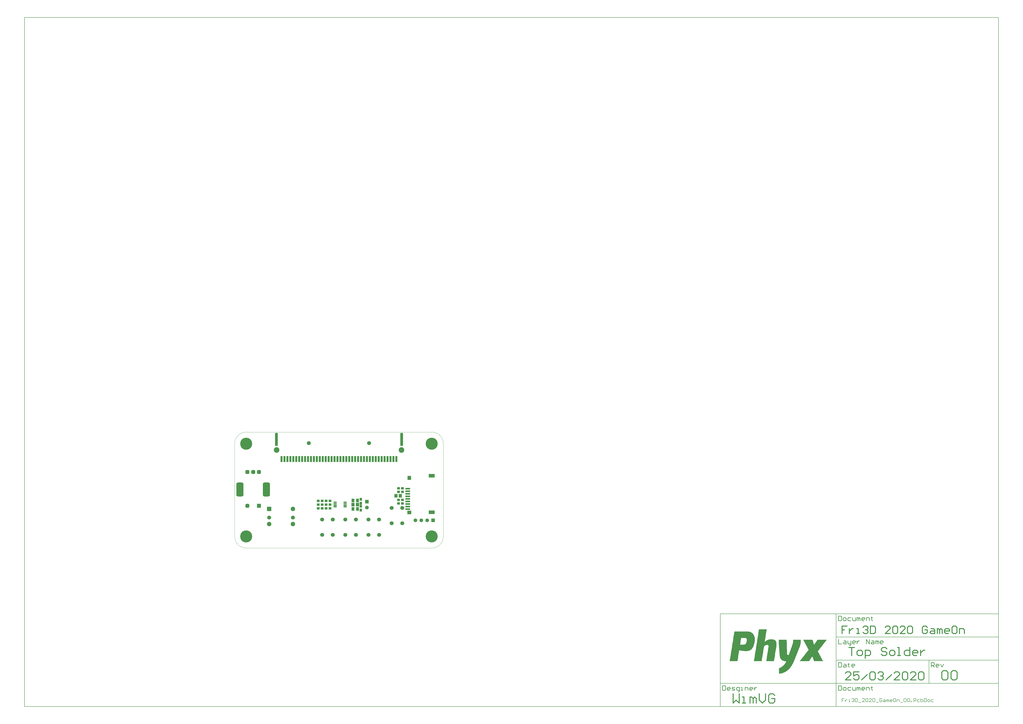
<source format=gts>
G04*
G04 #@! TF.GenerationSoftware,Altium Limited,Altium Designer,20.0.13 (296)*
G04*
G04 Layer_Color=8388736*
%FSLAX25Y25*%
%MOIN*%
G70*
G01*
G75*
%ADD12C,0.00787*%
%ADD14C,0.01575*%
%ADD15C,0.00394*%
%ADD16C,0.00984*%
%ADD20R,0.05512X0.06299*%
%ADD26R,0.03543X0.10236*%
%ADD27R,0.04724X0.04331*%
%ADD28R,0.08268X0.03150*%
%ADD29R,0.05906X0.06693*%
%ADD30R,0.06693X0.05906*%
%ADD31R,0.09843X0.05906*%
%ADD32R,0.05709X0.01968*%
%ADD33R,0.04331X0.04724*%
%ADD34R,0.05118X0.06299*%
G04:AMPARAMS|DCode=35|XSize=47.24mil|YSize=220.47mil|CornerRadius=12.8mil|HoleSize=0mil|Usage=FLASHONLY|Rotation=0.000|XOffset=0mil|YOffset=0mil|HoleType=Round|Shape=RoundedRectangle|*
%AMROUNDEDRECTD35*
21,1,0.04724,0.19488,0,0,0.0*
21,1,0.02165,0.22047,0,0,0.0*
1,1,0.02559,0.01083,-0.09744*
1,1,0.02559,-0.01083,-0.09744*
1,1,0.02559,-0.01083,0.09744*
1,1,0.02559,0.01083,0.09744*
%
%ADD35ROUNDEDRECTD35*%
%ADD36C,0.06693*%
%ADD37C,0.09449*%
G04:AMPARAMS|DCode=38|XSize=122.05mil|YSize=240.16mil|CornerRadius=31.5mil|HoleSize=0mil|Usage=FLASHONLY|Rotation=0.000|XOffset=0mil|YOffset=0mil|HoleType=Round|Shape=RoundedRectangle|*
%AMROUNDEDRECTD38*
21,1,0.12205,0.17717,0,0,0.0*
21,1,0.05906,0.24016,0,0,0.0*
1,1,0.06299,0.02953,-0.08858*
1,1,0.06299,-0.02953,-0.08858*
1,1,0.06299,-0.02953,0.08858*
1,1,0.06299,0.02953,0.08858*
%
%ADD38ROUNDEDRECTD38*%
G04:AMPARAMS|DCode=39|XSize=66.93mil|YSize=66.93mil|CornerRadius=17.72mil|HoleSize=0mil|Usage=FLASHONLY|Rotation=0.000|XOffset=0mil|YOffset=0mil|HoleType=Round|Shape=RoundedRectangle|*
%AMROUNDEDRECTD39*
21,1,0.06693,0.03150,0,0,0.0*
21,1,0.03150,0.06693,0,0,0.0*
1,1,0.03543,0.01575,-0.01575*
1,1,0.03543,-0.01575,-0.01575*
1,1,0.03543,-0.01575,0.01575*
1,1,0.03543,0.01575,0.01575*
%
%ADD39ROUNDEDRECTD39*%
%ADD40R,0.06693X0.06693*%
%ADD41C,0.00394*%
%ADD42C,0.06299*%
%ADD43R,0.06299X0.06299*%
%ADD44R,0.06299X0.06299*%
%ADD45C,0.20473*%
%ADD46C,0.07480*%
%ADD47R,0.07480X0.07480*%
G36*
X1005337Y-155808D02*
X1005050D01*
Y-156094D01*
X1004764D01*
Y-156380D01*
Y-156667D01*
X1004478D01*
Y-156953D01*
X1004192D01*
Y-157239D01*
X1003905D01*
Y-157526D01*
Y-157812D01*
X1003619D01*
Y-158098D01*
X1003333D01*
Y-158385D01*
X1003046D01*
Y-158671D01*
X1002760D01*
Y-158957D01*
Y-159244D01*
X1002474D01*
Y-159530D01*
X1002187D01*
Y-159816D01*
X1001901D01*
Y-160102D01*
Y-160389D01*
X1001615D01*
Y-160675D01*
X1001328D01*
Y-160961D01*
X1001042D01*
Y-161248D01*
X1000756D01*
Y-161534D01*
Y-161820D01*
X1000469D01*
Y-162107D01*
X1000183D01*
Y-162393D01*
X999897D01*
Y-162679D01*
Y-162966D01*
X999611D01*
Y-163252D01*
X999324D01*
Y-163538D01*
X999038D01*
Y-163824D01*
Y-164111D01*
X998752D01*
Y-164397D01*
X998465D01*
Y-164683D01*
X998179D01*
Y-164970D01*
X997893D01*
Y-165256D01*
Y-165542D01*
X997606D01*
Y-165829D01*
X997320D01*
Y-166115D01*
X997034D01*
Y-166401D01*
Y-166688D01*
X996747D01*
Y-166974D01*
X996461D01*
Y-167260D01*
X996175D01*
Y-167547D01*
Y-167833D01*
X995889D01*
Y-168119D01*
X995602D01*
Y-168405D01*
X995316D01*
Y-168692D01*
X995030D01*
Y-168978D01*
Y-169264D01*
X994743D01*
Y-169551D01*
X994457D01*
Y-169837D01*
X994171D01*
Y-170123D01*
Y-170410D01*
X993884D01*
Y-170696D01*
X993598D01*
Y-170982D01*
X993312D01*
Y-171269D01*
Y-171555D01*
X993025D01*
Y-171841D01*
X992739D01*
Y-172127D01*
X992453D01*
Y-172414D01*
X992166D01*
Y-172700D01*
Y-172986D01*
X991880D01*
Y-173273D01*
X991594D01*
Y-173559D01*
X991308D01*
Y-173845D01*
Y-174132D01*
X991021D01*
Y-174418D01*
X990735D01*
Y-174704D01*
X990449D01*
Y-174991D01*
X990162D01*
Y-175277D01*
Y-175563D01*
X990449D01*
Y-175850D01*
Y-176136D01*
X990735D01*
Y-176422D01*
Y-176709D01*
X991021D01*
Y-176995D01*
X991308D01*
Y-177281D01*
Y-177568D01*
X991594D01*
Y-177854D01*
Y-178140D01*
X991880D01*
Y-178426D01*
Y-178713D01*
X992166D01*
Y-178999D01*
Y-179285D01*
X992453D01*
Y-179572D01*
Y-179858D01*
X992739D01*
Y-180144D01*
Y-180431D01*
X993025D01*
Y-180717D01*
Y-181003D01*
X993312D01*
Y-181290D01*
Y-181576D01*
X993598D01*
Y-181862D01*
X993884D01*
Y-182149D01*
Y-182435D01*
X994171D01*
Y-182721D01*
Y-183007D01*
X994457D01*
Y-183294D01*
Y-183580D01*
X994743D01*
Y-183866D01*
Y-184153D01*
X995030D01*
Y-184439D01*
Y-184725D01*
X995316D01*
Y-185012D01*
Y-185298D01*
X995602D01*
Y-185584D01*
Y-185871D01*
X995889D01*
Y-186157D01*
X996175D01*
Y-186443D01*
Y-186730D01*
X996461D01*
Y-187016D01*
Y-187302D01*
X996747D01*
Y-187588D01*
Y-187875D01*
X997034D01*
Y-188161D01*
Y-188447D01*
X997320D01*
Y-188734D01*
Y-189020D01*
X997606D01*
Y-189306D01*
Y-189593D01*
X997893D01*
Y-189879D01*
Y-190165D01*
X998179D01*
Y-190452D01*
X998465D01*
Y-190738D01*
Y-191024D01*
X998752D01*
Y-191311D01*
Y-191597D01*
X999038D01*
Y-191883D01*
X983863D01*
Y-191597D01*
X983577D01*
Y-191311D01*
Y-191024D01*
Y-190738D01*
X983291D01*
Y-190452D01*
Y-190165D01*
Y-189879D01*
X983004D01*
Y-189593D01*
Y-189306D01*
X982718D01*
Y-189020D01*
Y-188734D01*
Y-188447D01*
X982432D01*
Y-188161D01*
Y-187875D01*
Y-187588D01*
X982146D01*
Y-187302D01*
Y-187016D01*
X981859D01*
Y-186730D01*
Y-186443D01*
Y-186157D01*
X981573D01*
Y-185871D01*
Y-185584D01*
Y-185298D01*
X981287D01*
Y-185012D01*
Y-184725D01*
Y-184439D01*
X981000D01*
Y-184153D01*
X980428D01*
Y-184439D01*
Y-184725D01*
X980141D01*
Y-185012D01*
X979855D01*
Y-185298D01*
Y-185584D01*
X979569D01*
Y-185871D01*
X979282D01*
Y-186157D01*
Y-186443D01*
X978996D01*
Y-186730D01*
X978710D01*
Y-187016D01*
Y-187302D01*
X978423D01*
Y-187588D01*
X978137D01*
Y-187875D01*
X977851D01*
Y-188161D01*
Y-188447D01*
X977565D01*
Y-188734D01*
X977278D01*
Y-189020D01*
Y-189306D01*
X976992D01*
Y-189593D01*
X976705D01*
Y-189879D01*
Y-190165D01*
X976419D01*
Y-190452D01*
X976133D01*
Y-190738D01*
Y-191024D01*
X975847D01*
Y-191311D01*
X975560D01*
Y-191597D01*
Y-191883D01*
X959527D01*
Y-191597D01*
X959813D01*
Y-191311D01*
X960099D01*
Y-191024D01*
X960386D01*
Y-190738D01*
X960672D01*
Y-190452D01*
Y-190165D01*
X960958D01*
Y-189879D01*
X961245D01*
Y-189593D01*
X961531D01*
Y-189306D01*
X961817D01*
Y-189020D01*
Y-188734D01*
X962104D01*
Y-188447D01*
X962390D01*
Y-188161D01*
X962676D01*
Y-187875D01*
Y-187588D01*
X962963D01*
Y-187302D01*
X963249D01*
Y-187016D01*
X963535D01*
Y-186730D01*
X963822D01*
Y-186443D01*
Y-186157D01*
X964108D01*
Y-185871D01*
X964394D01*
Y-185584D01*
X964680D01*
Y-185298D01*
X964967D01*
Y-185012D01*
Y-184725D01*
X965253D01*
Y-184439D01*
X965539D01*
Y-184153D01*
X965826D01*
Y-183866D01*
Y-183580D01*
X966112D01*
Y-183294D01*
X966398D01*
Y-183007D01*
X966685D01*
Y-182721D01*
X966971D01*
Y-182435D01*
Y-182149D01*
X967257D01*
Y-181862D01*
X967544D01*
Y-181576D01*
X967830D01*
Y-181290D01*
Y-181003D01*
X968116D01*
Y-180717D01*
X968402D01*
Y-180431D01*
X968689D01*
Y-180144D01*
X968975D01*
Y-179858D01*
Y-179572D01*
X969261D01*
Y-179285D01*
X969548D01*
Y-178999D01*
X969834D01*
Y-178713D01*
Y-178426D01*
X970120D01*
Y-178140D01*
X970407D01*
Y-177854D01*
X970693D01*
Y-177568D01*
X970979D01*
Y-177281D01*
Y-176995D01*
X971266D01*
Y-176709D01*
X971552D01*
Y-176422D01*
X971838D01*
Y-176136D01*
X972124D01*
Y-175850D01*
Y-175563D01*
X972411D01*
Y-175277D01*
X972697D01*
Y-174991D01*
X972983D01*
Y-174704D01*
Y-174418D01*
X973270D01*
Y-174132D01*
X973556D01*
Y-173845D01*
X973842D01*
Y-173559D01*
X974129D01*
Y-173273D01*
Y-172986D01*
X974415D01*
Y-172700D01*
Y-172414D01*
Y-172127D01*
X974129D01*
Y-171841D01*
X973842D01*
Y-171555D01*
Y-171269D01*
X973556D01*
Y-170982D01*
Y-170696D01*
X973270D01*
Y-170410D01*
Y-170123D01*
X972983D01*
Y-169837D01*
Y-169551D01*
X972697D01*
Y-169264D01*
Y-168978D01*
X972411D01*
Y-168692D01*
Y-168405D01*
X972124D01*
Y-168119D01*
X971838D01*
Y-167833D01*
Y-167547D01*
X971552D01*
Y-167260D01*
Y-166974D01*
X971266D01*
Y-166688D01*
Y-166401D01*
X970979D01*
Y-166115D01*
Y-165829D01*
X970693D01*
Y-165542D01*
Y-165256D01*
X970407D01*
Y-164970D01*
Y-164683D01*
X970120D01*
Y-164397D01*
X969834D01*
Y-164111D01*
Y-163824D01*
X969548D01*
Y-163538D01*
Y-163252D01*
X969261D01*
Y-162966D01*
Y-162679D01*
X968975D01*
Y-162393D01*
Y-162107D01*
X968689D01*
Y-161820D01*
Y-161534D01*
X968402D01*
Y-161248D01*
Y-160961D01*
X968116D01*
Y-160675D01*
Y-160389D01*
X967830D01*
Y-160102D01*
X967544D01*
Y-159816D01*
Y-159530D01*
X967257D01*
Y-159244D01*
Y-158957D01*
X966971D01*
Y-158671D01*
Y-158385D01*
X966685D01*
Y-158098D01*
Y-157812D01*
X966398D01*
Y-157526D01*
Y-157239D01*
X966112D01*
Y-156953D01*
Y-156667D01*
X965826D01*
Y-156380D01*
X965539D01*
Y-156094D01*
Y-155808D01*
X965253D01*
Y-155521D01*
X981000D01*
Y-155808D01*
X981287D01*
Y-156094D01*
Y-156380D01*
Y-156667D01*
X981573D01*
Y-156953D01*
Y-157239D01*
Y-157526D01*
X981859D01*
Y-157812D01*
Y-158098D01*
Y-158385D01*
X982146D01*
Y-158671D01*
Y-158957D01*
Y-159244D01*
X982432D01*
Y-159530D01*
Y-159816D01*
Y-160102D01*
X982718D01*
Y-160389D01*
Y-160675D01*
Y-160961D01*
X983004D01*
Y-161248D01*
Y-161534D01*
Y-161820D01*
X983291D01*
Y-162107D01*
Y-162393D01*
Y-162679D01*
X983577D01*
Y-162966D01*
Y-163252D01*
Y-163538D01*
Y-163824D01*
X984150D01*
Y-163538D01*
X984436D01*
Y-163252D01*
X984722D01*
Y-162966D01*
Y-162679D01*
X985009D01*
Y-162393D01*
X985295D01*
Y-162107D01*
Y-161820D01*
X985581D01*
Y-161534D01*
X985868D01*
Y-161248D01*
Y-160961D01*
X986154D01*
Y-160675D01*
X986440D01*
Y-160389D01*
Y-160102D01*
X986726D01*
Y-159816D01*
X987013D01*
Y-159530D01*
Y-159244D01*
X987299D01*
Y-158957D01*
X987585D01*
Y-158671D01*
Y-158385D01*
X987872D01*
Y-158098D01*
X988158D01*
Y-157812D01*
Y-157526D01*
X988444D01*
Y-157239D01*
X988731D01*
Y-156953D01*
Y-156667D01*
X989017D01*
Y-156380D01*
X989303D01*
Y-156094D01*
Y-155808D01*
X989590D01*
Y-155521D01*
X1005337D01*
Y-155808D01*
D02*
G37*
G36*
X872201Y-141778D02*
X873919D01*
Y-142065D01*
X874778D01*
Y-142351D01*
X875637D01*
Y-142637D01*
X876496D01*
Y-142924D01*
X877069D01*
Y-143210D01*
X877355D01*
Y-143496D01*
X877928D01*
Y-143783D01*
X878214D01*
Y-144069D01*
X878786D01*
Y-144355D01*
X879073D01*
Y-144641D01*
X879359D01*
Y-144928D01*
X879646D01*
Y-145214D01*
X879932D01*
Y-145501D01*
X880218D01*
Y-145787D01*
X880504D01*
Y-146073D01*
Y-146359D01*
X880791D01*
Y-146646D01*
X881077D01*
Y-146932D01*
Y-147218D01*
X881363D01*
Y-147505D01*
X881650D01*
Y-147791D01*
Y-148077D01*
X881936D01*
Y-148364D01*
Y-148650D01*
Y-148936D01*
X882222D01*
Y-149223D01*
Y-149509D01*
Y-149795D01*
X882509D01*
Y-150082D01*
Y-150368D01*
Y-150654D01*
Y-150940D01*
X882795D01*
Y-151227D01*
Y-151513D01*
Y-151799D01*
Y-152086D01*
Y-152372D01*
X883081D01*
Y-152658D01*
Y-152945D01*
Y-153231D01*
Y-153517D01*
Y-153804D01*
Y-154090D01*
Y-154376D01*
Y-154663D01*
Y-154949D01*
Y-155235D01*
Y-155521D01*
Y-155808D01*
Y-156094D01*
Y-156380D01*
Y-156667D01*
Y-156953D01*
Y-157239D01*
Y-157526D01*
Y-157812D01*
Y-158098D01*
X882795D01*
Y-158385D01*
Y-158671D01*
Y-158957D01*
Y-159244D01*
Y-159530D01*
Y-159816D01*
Y-160102D01*
X882509D01*
Y-160389D01*
Y-160675D01*
Y-160961D01*
Y-161248D01*
Y-161534D01*
X882222D01*
Y-161820D01*
Y-162107D01*
Y-162393D01*
Y-162679D01*
Y-162966D01*
X881936D01*
Y-163252D01*
Y-163538D01*
Y-163824D01*
X881650D01*
Y-164111D01*
Y-164397D01*
Y-164683D01*
Y-164970D01*
X881363D01*
Y-165256D01*
Y-165542D01*
Y-165829D01*
X881077D01*
Y-166115D01*
Y-166401D01*
X880791D01*
Y-166688D01*
Y-166974D01*
Y-167260D01*
X880504D01*
Y-167547D01*
Y-167833D01*
X880218D01*
Y-168119D01*
Y-168405D01*
X879932D01*
Y-168692D01*
Y-168978D01*
X879646D01*
Y-169264D01*
X879359D01*
Y-169551D01*
Y-169837D01*
X879073D01*
Y-170123D01*
X878786D01*
Y-170410D01*
X878500D01*
Y-170696D01*
Y-170982D01*
X878214D01*
Y-171269D01*
X877928D01*
Y-171555D01*
X877641D01*
Y-171841D01*
X877355D01*
Y-172127D01*
X877069D01*
Y-172414D01*
X876496D01*
Y-172700D01*
X876210D01*
Y-172986D01*
X875637D01*
Y-173273D01*
X875351D01*
Y-173559D01*
X874778D01*
Y-173845D01*
X873919D01*
Y-174132D01*
X873060D01*
Y-174418D01*
X872201D01*
Y-174704D01*
X870483D01*
Y-174991D01*
X865330D01*
Y-174704D01*
X862753D01*
Y-174418D01*
X860749D01*
Y-174132D01*
X859317D01*
Y-173845D01*
X857886D01*
Y-173559D01*
X856454D01*
Y-173845D01*
Y-174132D01*
Y-174418D01*
Y-174704D01*
Y-174991D01*
Y-175277D01*
Y-175563D01*
X856168D01*
Y-175850D01*
Y-176136D01*
Y-176422D01*
Y-176709D01*
Y-176995D01*
Y-177281D01*
X855882D01*
Y-177568D01*
Y-177854D01*
Y-178140D01*
Y-178426D01*
Y-178713D01*
Y-178999D01*
X855595D01*
Y-179285D01*
Y-179572D01*
Y-179858D01*
Y-180144D01*
Y-180431D01*
Y-180717D01*
Y-181003D01*
X855309D01*
Y-181290D01*
Y-181576D01*
Y-181862D01*
Y-182149D01*
Y-182435D01*
Y-182721D01*
X855023D01*
Y-183007D01*
Y-183294D01*
Y-183580D01*
Y-183866D01*
Y-184153D01*
Y-184439D01*
X854736D01*
Y-184725D01*
Y-185012D01*
Y-185298D01*
Y-185584D01*
Y-185871D01*
Y-186157D01*
Y-186443D01*
X854450D01*
Y-186730D01*
Y-187016D01*
Y-187302D01*
Y-187588D01*
Y-187875D01*
Y-188161D01*
X854164D01*
Y-188447D01*
Y-188734D01*
Y-189020D01*
Y-189306D01*
Y-189593D01*
Y-189879D01*
X853877D01*
Y-190165D01*
Y-190452D01*
Y-190738D01*
Y-191024D01*
Y-191311D01*
Y-191597D01*
Y-191883D01*
X840421D01*
Y-191597D01*
X840707D01*
Y-191311D01*
Y-191024D01*
Y-190738D01*
Y-190452D01*
Y-190165D01*
X840993D01*
Y-189879D01*
Y-189593D01*
Y-189306D01*
Y-189020D01*
Y-188734D01*
Y-188447D01*
Y-188161D01*
X841280D01*
Y-187875D01*
Y-187588D01*
Y-187302D01*
Y-187016D01*
Y-186730D01*
Y-186443D01*
X841566D01*
Y-186157D01*
Y-185871D01*
Y-185584D01*
Y-185298D01*
Y-185012D01*
Y-184725D01*
X841852D01*
Y-184439D01*
Y-184153D01*
Y-183866D01*
Y-183580D01*
Y-183294D01*
Y-183007D01*
Y-182721D01*
X842138D01*
Y-182435D01*
Y-182149D01*
Y-181862D01*
Y-181576D01*
Y-181290D01*
Y-181003D01*
X842425D01*
Y-180717D01*
Y-180431D01*
Y-180144D01*
Y-179858D01*
Y-179572D01*
Y-179285D01*
X842711D01*
Y-178999D01*
Y-178713D01*
Y-178426D01*
Y-178140D01*
Y-177854D01*
Y-177568D01*
X842997D01*
Y-177281D01*
Y-176995D01*
Y-176709D01*
Y-176422D01*
Y-176136D01*
Y-175850D01*
Y-175563D01*
X843284D01*
Y-175277D01*
Y-174991D01*
Y-174704D01*
Y-174418D01*
Y-174132D01*
Y-173845D01*
X843570D01*
Y-173559D01*
Y-173273D01*
Y-172986D01*
Y-172700D01*
Y-172414D01*
Y-172127D01*
X843856D01*
Y-171841D01*
Y-171555D01*
Y-171269D01*
Y-170982D01*
Y-170696D01*
Y-170410D01*
X844143D01*
Y-170123D01*
Y-169837D01*
Y-169551D01*
Y-169264D01*
Y-168978D01*
Y-168692D01*
Y-168405D01*
X844429D01*
Y-168119D01*
Y-167833D01*
Y-167547D01*
Y-167260D01*
Y-166974D01*
Y-166688D01*
X844715D01*
Y-166401D01*
Y-166115D01*
Y-165829D01*
Y-165542D01*
Y-165256D01*
Y-164970D01*
X845002D01*
Y-164683D01*
Y-164397D01*
Y-164111D01*
Y-163824D01*
Y-163538D01*
Y-163252D01*
Y-162966D01*
X845288D01*
Y-162679D01*
Y-162393D01*
Y-162107D01*
Y-161820D01*
Y-161534D01*
Y-161248D01*
X845574D01*
Y-160961D01*
Y-160675D01*
Y-160389D01*
Y-160102D01*
Y-159816D01*
Y-159530D01*
X845861D01*
Y-159244D01*
Y-158957D01*
Y-158671D01*
Y-158385D01*
Y-158098D01*
Y-157812D01*
X846147D01*
Y-157526D01*
Y-157239D01*
Y-156953D01*
Y-156667D01*
Y-156380D01*
Y-156094D01*
Y-155808D01*
X846433D01*
Y-155521D01*
Y-155235D01*
Y-154949D01*
Y-154663D01*
Y-154376D01*
Y-154090D01*
X846719D01*
Y-153804D01*
Y-153517D01*
Y-153231D01*
Y-152945D01*
Y-152658D01*
Y-152372D01*
X847006D01*
Y-152086D01*
Y-151799D01*
Y-151513D01*
Y-151227D01*
Y-150940D01*
Y-150654D01*
Y-150368D01*
X847292D01*
Y-150082D01*
Y-149795D01*
Y-149509D01*
Y-149223D01*
Y-148936D01*
Y-148650D01*
X847578D01*
Y-148364D01*
Y-148077D01*
Y-147791D01*
Y-147505D01*
Y-147218D01*
Y-146932D01*
X847865D01*
Y-146646D01*
Y-146359D01*
Y-146073D01*
Y-145787D01*
Y-145501D01*
Y-145214D01*
Y-144928D01*
X848151D01*
Y-144641D01*
Y-144355D01*
Y-144069D01*
Y-143783D01*
Y-143496D01*
Y-143210D01*
X848437D01*
Y-142924D01*
Y-142637D01*
Y-142351D01*
Y-142065D01*
Y-141778D01*
Y-141492D01*
X872201D01*
Y-141778D01*
D02*
G37*
G36*
X961245Y-155808D02*
Y-156094D01*
Y-156380D01*
Y-156667D01*
Y-156953D01*
Y-157239D01*
Y-157526D01*
Y-157812D01*
Y-158098D01*
Y-158385D01*
Y-158671D01*
Y-158957D01*
Y-159244D01*
Y-159530D01*
Y-159816D01*
Y-160102D01*
Y-160389D01*
Y-160675D01*
Y-160961D01*
Y-161248D01*
Y-161534D01*
X960958D01*
Y-161820D01*
Y-162107D01*
Y-162393D01*
Y-162679D01*
Y-162966D01*
X960672D01*
Y-163252D01*
Y-163538D01*
Y-163824D01*
Y-164111D01*
X960386D01*
Y-164397D01*
Y-164683D01*
Y-164970D01*
Y-165256D01*
X960099D01*
Y-165542D01*
Y-165829D01*
Y-166115D01*
X959813D01*
Y-166401D01*
Y-166688D01*
Y-166974D01*
X959527D01*
Y-167260D01*
Y-167547D01*
Y-167833D01*
X959241D01*
Y-168119D01*
Y-168405D01*
Y-168692D01*
X958954D01*
Y-168978D01*
Y-169264D01*
X958668D01*
Y-169551D01*
Y-169837D01*
X958381D01*
Y-170123D01*
Y-170410D01*
Y-170696D01*
X958095D01*
Y-170982D01*
Y-171269D01*
X957809D01*
Y-171555D01*
Y-171841D01*
Y-172127D01*
X957523D01*
Y-172414D01*
Y-172700D01*
X957236D01*
Y-172986D01*
Y-173273D01*
Y-173559D01*
X956950D01*
Y-173845D01*
Y-174132D01*
X956664D01*
Y-174418D01*
Y-174704D01*
Y-174991D01*
X956377D01*
Y-175277D01*
Y-175563D01*
X956091D01*
Y-175850D01*
Y-176136D01*
Y-176422D01*
X955805D01*
Y-176709D01*
Y-176995D01*
X955518D01*
Y-177281D01*
Y-177568D01*
Y-177854D01*
X955232D01*
Y-178140D01*
Y-178426D01*
X954946D01*
Y-178713D01*
Y-178999D01*
Y-179285D01*
X954659D01*
Y-179572D01*
Y-179858D01*
X954373D01*
Y-180144D01*
Y-180431D01*
Y-180717D01*
X954087D01*
Y-181003D01*
Y-181290D01*
X953800D01*
Y-181576D01*
Y-181862D01*
Y-182149D01*
X953514D01*
Y-182435D01*
Y-182721D01*
X953228D01*
Y-183007D01*
Y-183294D01*
Y-183580D01*
X952942D01*
Y-183866D01*
Y-184153D01*
X952655D01*
Y-184439D01*
Y-184725D01*
Y-185012D01*
X952369D01*
Y-185298D01*
Y-185584D01*
X952083D01*
Y-185871D01*
Y-186157D01*
Y-186443D01*
X951796D01*
Y-186730D01*
Y-187016D01*
X951510D01*
Y-187302D01*
Y-187588D01*
Y-187875D01*
X951224D01*
Y-188161D01*
Y-188447D01*
X950937D01*
Y-188734D01*
Y-189020D01*
Y-189306D01*
X950651D01*
Y-189593D01*
Y-189879D01*
X950365D01*
Y-190165D01*
Y-190452D01*
Y-190738D01*
X950078D01*
Y-191024D01*
Y-191311D01*
X949792D01*
Y-191597D01*
Y-191883D01*
Y-192169D01*
X949506D01*
Y-192456D01*
Y-192742D01*
X949220D01*
Y-193028D01*
Y-193315D01*
X948933D01*
Y-193601D01*
Y-193887D01*
X948647D01*
Y-194174D01*
Y-194460D01*
Y-194746D01*
X948361D01*
Y-195033D01*
X948074D01*
Y-195319D01*
Y-195605D01*
Y-195891D01*
X947788D01*
Y-196178D01*
X947502D01*
Y-196464D01*
Y-196750D01*
X947215D01*
Y-197037D01*
Y-197323D01*
X946929D01*
Y-197609D01*
Y-197896D01*
X946643D01*
Y-198182D01*
Y-198468D01*
X946356D01*
Y-198755D01*
X946070D01*
Y-199041D01*
Y-199327D01*
X945784D01*
Y-199614D01*
Y-199900D01*
X945497D01*
Y-200186D01*
X945211D01*
Y-200472D01*
X944925D01*
Y-200759D01*
Y-201045D01*
X944639D01*
Y-201331D01*
X944352D01*
Y-201618D01*
Y-201904D01*
X944066D01*
Y-202190D01*
X943780D01*
Y-202477D01*
X943493D01*
Y-202763D01*
Y-203049D01*
X943207D01*
Y-203336D01*
X942921D01*
Y-203622D01*
X942634D01*
Y-203908D01*
X942348D01*
Y-204195D01*
X942062D01*
Y-204481D01*
Y-204767D01*
X941775D01*
Y-205053D01*
X941489D01*
Y-205340D01*
X941203D01*
Y-205626D01*
X940916D01*
Y-205912D01*
X940630D01*
Y-206199D01*
X940344D01*
Y-206485D01*
X940057D01*
Y-206771D01*
X939485D01*
Y-207058D01*
X939199D01*
Y-207344D01*
X938912D01*
Y-207630D01*
X938626D01*
Y-207917D01*
X938340D01*
Y-208203D01*
X937767D01*
Y-208489D01*
X937481D01*
Y-208776D01*
X936908D01*
Y-209062D01*
X936622D01*
Y-209348D01*
X936049D01*
Y-209634D01*
X935763D01*
Y-209921D01*
X935190D01*
Y-210207D01*
X934618D01*
Y-210493D01*
X934045D01*
Y-210780D01*
X933472D01*
Y-211066D01*
X932900D01*
Y-211352D01*
X932041D01*
Y-211639D01*
X931468D01*
Y-211925D01*
X930609D01*
Y-212211D01*
X929464D01*
Y-212498D01*
X928319D01*
Y-212784D01*
X926601D01*
Y-213070D01*
X924597D01*
Y-213357D01*
X924310D01*
Y-213070D01*
Y-212784D01*
Y-212498D01*
Y-212211D01*
Y-211925D01*
Y-211639D01*
Y-211352D01*
Y-211066D01*
Y-210780D01*
Y-210493D01*
Y-210207D01*
Y-209921D01*
Y-209634D01*
Y-209348D01*
Y-209062D01*
Y-208776D01*
Y-208489D01*
Y-208203D01*
Y-207917D01*
Y-207630D01*
Y-207344D01*
Y-207058D01*
Y-206771D01*
Y-206485D01*
Y-206199D01*
Y-205912D01*
Y-205626D01*
Y-205340D01*
Y-205053D01*
Y-204767D01*
Y-204481D01*
Y-204195D01*
Y-203908D01*
X924883D01*
Y-203622D01*
X925455D01*
Y-203336D01*
X926028D01*
Y-203049D01*
X926601D01*
Y-202763D01*
X927173D01*
Y-202477D01*
X927746D01*
Y-202190D01*
X928032D01*
Y-201904D01*
X928605D01*
Y-201618D01*
X928891D01*
Y-201331D01*
X929464D01*
Y-201045D01*
X929750D01*
Y-200759D01*
X930037D01*
Y-200472D01*
X930609D01*
Y-200186D01*
X930896D01*
Y-199900D01*
X931182D01*
Y-199614D01*
X931468D01*
Y-199327D01*
X931754D01*
Y-199041D01*
X932041D01*
Y-198755D01*
X932327D01*
Y-198468D01*
X932613D01*
Y-198182D01*
X932900D01*
Y-197896D01*
X933186D01*
Y-197609D01*
X933472D01*
Y-197323D01*
X933759D01*
Y-197037D01*
Y-196750D01*
X934045D01*
Y-196464D01*
X934331D01*
Y-196178D01*
X934618D01*
Y-195891D01*
Y-195605D01*
X934904D01*
Y-195319D01*
X935190D01*
Y-195033D01*
Y-194746D01*
X935476D01*
Y-194460D01*
Y-194174D01*
X935763D01*
Y-193887D01*
X936049D01*
Y-193601D01*
Y-193315D01*
X936335D01*
Y-193028D01*
Y-192742D01*
X936622D01*
Y-192456D01*
Y-192169D01*
X934904D01*
Y-191883D01*
X932900D01*
Y-191597D01*
X931754D01*
Y-191311D01*
X931182D01*
Y-191024D01*
X930323D01*
Y-190738D01*
X929750D01*
Y-190452D01*
X929464D01*
Y-190165D01*
X928891D01*
Y-189879D01*
X928605D01*
Y-189593D01*
X928319D01*
Y-189306D01*
X928032D01*
Y-189020D01*
X927746D01*
Y-188734D01*
X927460D01*
Y-188447D01*
Y-188161D01*
X927173D01*
Y-187875D01*
X926887D01*
Y-187588D01*
Y-187302D01*
X926601D01*
Y-187016D01*
Y-186730D01*
X926315D01*
Y-186443D01*
Y-186157D01*
X926028D01*
Y-185871D01*
Y-185584D01*
Y-185298D01*
X925742D01*
Y-185012D01*
Y-184725D01*
Y-184439D01*
Y-184153D01*
X925455D01*
Y-183866D01*
Y-183580D01*
Y-183294D01*
Y-183007D01*
Y-182721D01*
Y-182435D01*
Y-182149D01*
X925169D01*
Y-181862D01*
Y-181576D01*
Y-181290D01*
Y-181003D01*
Y-180717D01*
Y-180431D01*
Y-180144D01*
Y-179858D01*
Y-179572D01*
Y-179285D01*
Y-178999D01*
Y-178713D01*
Y-178426D01*
Y-178140D01*
Y-177854D01*
X924883D01*
Y-177568D01*
Y-177281D01*
Y-176995D01*
Y-176709D01*
Y-176422D01*
Y-176136D01*
Y-175850D01*
Y-175563D01*
Y-175277D01*
Y-174991D01*
Y-174704D01*
Y-174418D01*
Y-174132D01*
Y-173845D01*
Y-173559D01*
X924597D01*
Y-173273D01*
Y-172986D01*
Y-172700D01*
Y-172414D01*
Y-172127D01*
Y-171841D01*
Y-171555D01*
Y-171269D01*
Y-170982D01*
Y-170696D01*
Y-170410D01*
Y-170123D01*
Y-169837D01*
Y-169551D01*
Y-169264D01*
Y-168978D01*
X924310D01*
Y-168692D01*
Y-168405D01*
Y-168119D01*
Y-167833D01*
Y-167547D01*
Y-167260D01*
Y-166974D01*
Y-166688D01*
Y-166401D01*
Y-166115D01*
Y-165829D01*
Y-165542D01*
Y-165256D01*
Y-164970D01*
Y-164683D01*
Y-164397D01*
X924024D01*
Y-164111D01*
Y-163824D01*
Y-163538D01*
Y-163252D01*
Y-162966D01*
Y-162679D01*
Y-162393D01*
Y-162107D01*
Y-161820D01*
Y-161534D01*
Y-161248D01*
Y-160961D01*
Y-160675D01*
Y-160389D01*
X923738D01*
Y-160102D01*
Y-159816D01*
Y-159530D01*
Y-159244D01*
Y-158957D01*
Y-158671D01*
Y-158385D01*
Y-158098D01*
Y-157812D01*
Y-157526D01*
Y-157239D01*
Y-156953D01*
Y-156667D01*
Y-156380D01*
Y-156094D01*
Y-155808D01*
X923451D01*
Y-155521D01*
X937194D01*
Y-155808D01*
Y-156094D01*
Y-156380D01*
Y-156667D01*
Y-156953D01*
Y-157239D01*
Y-157526D01*
Y-157812D01*
Y-158098D01*
Y-158385D01*
Y-158671D01*
Y-158957D01*
Y-159244D01*
Y-159530D01*
X937481D01*
Y-159816D01*
Y-160102D01*
Y-160389D01*
Y-160675D01*
Y-160961D01*
Y-161248D01*
Y-161534D01*
Y-161820D01*
Y-162107D01*
Y-162393D01*
Y-162679D01*
Y-162966D01*
Y-163252D01*
Y-163538D01*
Y-163824D01*
Y-164111D01*
Y-164397D01*
Y-164683D01*
Y-164970D01*
Y-165256D01*
Y-165542D01*
Y-165829D01*
Y-166115D01*
Y-166401D01*
Y-166688D01*
Y-166974D01*
Y-167260D01*
Y-167547D01*
Y-167833D01*
Y-168119D01*
Y-168405D01*
Y-168692D01*
Y-168978D01*
Y-169264D01*
Y-169551D01*
Y-169837D01*
Y-170123D01*
Y-170410D01*
Y-170696D01*
Y-170982D01*
Y-171269D01*
X937767D01*
Y-171555D01*
X937481D01*
Y-171841D01*
Y-172127D01*
X937767D01*
Y-172414D01*
Y-172700D01*
Y-172986D01*
Y-173273D01*
Y-173559D01*
Y-173845D01*
Y-174132D01*
Y-174418D01*
Y-174704D01*
Y-174991D01*
Y-175277D01*
Y-175563D01*
Y-175850D01*
Y-176136D01*
Y-176422D01*
Y-176709D01*
Y-176995D01*
Y-177281D01*
Y-177568D01*
Y-177854D01*
Y-178140D01*
Y-178426D01*
Y-178713D01*
Y-178999D01*
Y-179285D01*
Y-179572D01*
X938053D01*
Y-179858D01*
Y-180144D01*
Y-180431D01*
X938340D01*
Y-180717D01*
X938626D01*
Y-181003D01*
X938912D01*
Y-181290D01*
X939771D01*
Y-181576D01*
X940630D01*
Y-181290D01*
X940916D01*
Y-181003D01*
Y-180717D01*
Y-180431D01*
X941203D01*
Y-180144D01*
Y-179858D01*
X941489D01*
Y-179572D01*
Y-179285D01*
Y-178999D01*
X941775D01*
Y-178713D01*
Y-178426D01*
Y-178140D01*
X942062D01*
Y-177854D01*
Y-177568D01*
Y-177281D01*
X942348D01*
Y-176995D01*
Y-176709D01*
Y-176422D01*
X942634D01*
Y-176136D01*
Y-175850D01*
X942921D01*
Y-175563D01*
Y-175277D01*
Y-174991D01*
X943207D01*
Y-174704D01*
Y-174418D01*
Y-174132D01*
X943493D01*
Y-173845D01*
Y-173559D01*
Y-173273D01*
X943780D01*
Y-172986D01*
Y-172700D01*
X944066D01*
Y-172414D01*
Y-172127D01*
Y-171841D01*
X944352D01*
Y-171555D01*
Y-171269D01*
Y-170982D01*
X944639D01*
Y-170696D01*
Y-170410D01*
Y-170123D01*
X944925D01*
Y-169837D01*
Y-169551D01*
X945211D01*
Y-169264D01*
Y-168978D01*
Y-168692D01*
X945497D01*
Y-168405D01*
Y-168119D01*
Y-167833D01*
X945784D01*
Y-167547D01*
Y-167260D01*
Y-166974D01*
X946070D01*
Y-166688D01*
Y-166401D01*
X946356D01*
Y-166115D01*
Y-165829D01*
Y-165542D01*
X946643D01*
Y-165256D01*
Y-164970D01*
Y-164683D01*
X946929D01*
Y-164397D01*
Y-164111D01*
Y-163824D01*
X947215D01*
Y-163538D01*
Y-163252D01*
Y-162966D01*
Y-162679D01*
X947502D01*
Y-162393D01*
Y-162107D01*
Y-161820D01*
Y-161534D01*
X947788D01*
Y-161248D01*
Y-160961D01*
Y-160675D01*
Y-160389D01*
Y-160102D01*
X948074D01*
Y-159816D01*
Y-159530D01*
Y-159244D01*
Y-158957D01*
Y-158671D01*
Y-158385D01*
X948361D01*
Y-158098D01*
Y-157812D01*
Y-157526D01*
Y-157239D01*
Y-156953D01*
Y-156667D01*
Y-156380D01*
Y-156094D01*
Y-155808D01*
Y-155521D01*
X961245D01*
Y-155808D01*
D02*
G37*
G36*
X903409Y-138343D02*
Y-138629D01*
X903123D01*
Y-138915D01*
Y-139202D01*
Y-139488D01*
Y-139774D01*
Y-140060D01*
Y-140347D01*
X902837D01*
Y-140633D01*
Y-140919D01*
Y-141206D01*
Y-141492D01*
Y-141778D01*
Y-142065D01*
X902551D01*
Y-142351D01*
Y-142637D01*
Y-142924D01*
Y-143210D01*
Y-143496D01*
Y-143783D01*
Y-144069D01*
X902264D01*
Y-144355D01*
Y-144641D01*
Y-144928D01*
Y-145214D01*
Y-145501D01*
Y-145787D01*
X901978D01*
Y-146073D01*
Y-146359D01*
Y-146646D01*
Y-146932D01*
Y-147218D01*
Y-147505D01*
X901692D01*
Y-147791D01*
Y-148077D01*
Y-148364D01*
Y-148650D01*
Y-148936D01*
Y-149223D01*
Y-149509D01*
X901405D01*
Y-149795D01*
Y-150082D01*
Y-150368D01*
Y-150654D01*
Y-150940D01*
Y-151227D01*
X901119D01*
Y-151513D01*
Y-151799D01*
Y-152086D01*
Y-152372D01*
Y-152658D01*
Y-152945D01*
X900833D01*
Y-153231D01*
Y-153517D01*
Y-153804D01*
Y-154090D01*
Y-154376D01*
Y-154663D01*
X900546D01*
Y-154949D01*
Y-155235D01*
Y-155521D01*
Y-155808D01*
Y-156094D01*
Y-156380D01*
Y-156667D01*
X900260D01*
Y-156953D01*
Y-157239D01*
Y-157526D01*
Y-157812D01*
Y-158098D01*
Y-158385D01*
X899974D01*
Y-158671D01*
Y-158957D01*
X900546D01*
Y-158671D01*
X900833D01*
Y-158385D01*
X901119D01*
Y-158098D01*
X901692D01*
Y-157812D01*
X901978D01*
Y-157526D01*
X902264D01*
Y-157239D01*
X902837D01*
Y-156953D01*
X903409D01*
Y-156667D01*
X903696D01*
Y-156380D01*
X904268D01*
Y-156094D01*
X905127D01*
Y-155808D01*
X905700D01*
Y-155521D01*
X906559D01*
Y-155235D01*
X907990D01*
Y-154949D01*
X914289D01*
Y-155235D01*
X915435D01*
Y-155521D01*
X916294D01*
Y-155808D01*
X916866D01*
Y-156094D01*
X917153D01*
Y-156380D01*
X917725D01*
Y-156667D01*
X918011D01*
Y-156953D01*
X918298D01*
Y-157239D01*
X918584D01*
Y-157526D01*
X918870D01*
Y-157812D01*
Y-158098D01*
X919157D01*
Y-158385D01*
Y-158671D01*
X919443D01*
Y-158957D01*
Y-159244D01*
Y-159530D01*
X919729D01*
Y-159816D01*
Y-160102D01*
Y-160389D01*
Y-160675D01*
X920016D01*
Y-160961D01*
Y-161248D01*
Y-161534D01*
Y-161820D01*
Y-162107D01*
Y-162393D01*
Y-162679D01*
Y-162966D01*
Y-163252D01*
Y-163538D01*
Y-163824D01*
Y-164111D01*
Y-164397D01*
Y-164683D01*
Y-164970D01*
Y-165256D01*
Y-165542D01*
Y-165829D01*
X919729D01*
Y-166115D01*
Y-166401D01*
Y-166688D01*
Y-166974D01*
Y-167260D01*
Y-167547D01*
Y-167833D01*
X919443D01*
Y-168119D01*
Y-168405D01*
Y-168692D01*
Y-168978D01*
Y-169264D01*
Y-169551D01*
Y-169837D01*
X919157D01*
Y-170123D01*
Y-170410D01*
Y-170696D01*
Y-170982D01*
Y-171269D01*
Y-171555D01*
X918870D01*
Y-171841D01*
Y-172127D01*
Y-172414D01*
Y-172700D01*
Y-172986D01*
Y-173273D01*
X918584D01*
Y-173559D01*
Y-173845D01*
Y-174132D01*
Y-174418D01*
Y-174704D01*
Y-174991D01*
X918298D01*
Y-175277D01*
Y-175563D01*
Y-175850D01*
Y-176136D01*
Y-176422D01*
Y-176709D01*
Y-176995D01*
X918011D01*
Y-177281D01*
Y-177568D01*
Y-177854D01*
Y-178140D01*
Y-178426D01*
Y-178713D01*
X917725D01*
Y-178999D01*
Y-179285D01*
Y-179572D01*
Y-179858D01*
Y-180144D01*
Y-180431D01*
X917439D01*
Y-180717D01*
Y-181003D01*
Y-181290D01*
Y-181576D01*
Y-181862D01*
Y-182149D01*
Y-182435D01*
X917153D01*
Y-182721D01*
Y-183007D01*
Y-183294D01*
Y-183580D01*
Y-183866D01*
Y-184153D01*
X916866D01*
Y-184439D01*
Y-184725D01*
Y-185012D01*
Y-185298D01*
Y-185584D01*
Y-185871D01*
X916580D01*
Y-186157D01*
Y-186443D01*
Y-186730D01*
Y-187016D01*
Y-187302D01*
Y-187588D01*
X916294D01*
Y-187875D01*
Y-188161D01*
Y-188447D01*
Y-188734D01*
Y-189020D01*
Y-189306D01*
Y-189593D01*
X916007D01*
Y-189879D01*
Y-190165D01*
Y-190452D01*
Y-190738D01*
Y-191024D01*
Y-191311D01*
X915721D01*
Y-191597D01*
Y-191883D01*
X902551D01*
Y-191597D01*
Y-191311D01*
X902837D01*
Y-191024D01*
Y-190738D01*
Y-190452D01*
Y-190165D01*
Y-189879D01*
Y-189593D01*
X903123D01*
Y-189306D01*
Y-189020D01*
Y-188734D01*
Y-188447D01*
Y-188161D01*
Y-187875D01*
Y-187588D01*
X903409D01*
Y-187302D01*
Y-187016D01*
Y-186730D01*
Y-186443D01*
Y-186157D01*
Y-185871D01*
X903696D01*
Y-185584D01*
Y-185298D01*
Y-185012D01*
Y-184725D01*
Y-184439D01*
Y-184153D01*
X903982D01*
Y-183866D01*
Y-183580D01*
Y-183294D01*
Y-183007D01*
Y-182721D01*
Y-182435D01*
Y-182149D01*
X904268D01*
Y-181862D01*
Y-181576D01*
Y-181290D01*
Y-181003D01*
Y-180717D01*
Y-180431D01*
X904555D01*
Y-180144D01*
Y-179858D01*
Y-179572D01*
Y-179285D01*
Y-178999D01*
Y-178713D01*
Y-178426D01*
X904841D01*
Y-178140D01*
Y-177854D01*
Y-177568D01*
Y-177281D01*
Y-176995D01*
Y-176709D01*
X905127D01*
Y-176422D01*
Y-176136D01*
Y-175850D01*
Y-175563D01*
Y-175277D01*
Y-174991D01*
X905414D01*
Y-174704D01*
Y-174418D01*
Y-174132D01*
Y-173845D01*
Y-173559D01*
Y-173273D01*
X905700D01*
Y-172986D01*
Y-172700D01*
Y-172414D01*
Y-172127D01*
Y-171841D01*
Y-171555D01*
Y-171269D01*
X905986D01*
Y-170982D01*
Y-170696D01*
Y-170410D01*
Y-170123D01*
Y-169837D01*
Y-169551D01*
X906273D01*
Y-169264D01*
Y-168978D01*
Y-168692D01*
Y-168405D01*
Y-168119D01*
Y-167833D01*
Y-167547D01*
X906559D01*
Y-167260D01*
Y-166974D01*
Y-166688D01*
Y-166401D01*
Y-166115D01*
Y-165829D01*
X906273D01*
Y-165542D01*
Y-165256D01*
X905986D01*
Y-164970D01*
X905700D01*
Y-164683D01*
X905127D01*
Y-164397D01*
X903409D01*
Y-164683D01*
X901978D01*
Y-164970D01*
X901119D01*
Y-165256D01*
X900546D01*
Y-165542D01*
X900260D01*
Y-165829D01*
X899687D01*
Y-166115D01*
X899401D01*
Y-166401D01*
X899115D01*
Y-166688D01*
Y-166974D01*
X898828D01*
Y-167260D01*
Y-167547D01*
Y-167833D01*
X898542D01*
Y-168119D01*
Y-168405D01*
Y-168692D01*
Y-168978D01*
Y-169264D01*
Y-169551D01*
X898256D01*
Y-169837D01*
Y-170123D01*
Y-170410D01*
Y-170696D01*
Y-170982D01*
Y-171269D01*
Y-171555D01*
X897970D01*
Y-171841D01*
Y-172127D01*
Y-172414D01*
Y-172700D01*
Y-172986D01*
Y-173273D01*
X897683D01*
Y-173559D01*
Y-173845D01*
Y-174132D01*
Y-174418D01*
Y-174704D01*
Y-174991D01*
X897397D01*
Y-175277D01*
Y-175563D01*
Y-175850D01*
Y-176136D01*
Y-176422D01*
Y-176709D01*
X897111D01*
Y-176995D01*
Y-177281D01*
Y-177568D01*
Y-177854D01*
Y-178140D01*
Y-178426D01*
Y-178713D01*
X896824D01*
Y-178999D01*
Y-179285D01*
Y-179572D01*
Y-179858D01*
Y-180144D01*
Y-180431D01*
X896538D01*
Y-180717D01*
Y-181003D01*
Y-181290D01*
Y-181576D01*
Y-181862D01*
Y-182149D01*
X896252D01*
Y-182435D01*
Y-182721D01*
Y-183007D01*
Y-183294D01*
Y-183580D01*
Y-183866D01*
Y-184153D01*
X895965D01*
Y-184439D01*
Y-184725D01*
Y-185012D01*
Y-185298D01*
Y-185584D01*
Y-185871D01*
X895679D01*
Y-186157D01*
Y-186443D01*
Y-186730D01*
Y-187016D01*
Y-187302D01*
Y-187588D01*
X895393D01*
Y-187875D01*
Y-188161D01*
Y-188447D01*
Y-188734D01*
Y-189020D01*
Y-189306D01*
X895106D01*
Y-189593D01*
Y-189879D01*
Y-190165D01*
Y-190452D01*
Y-190738D01*
Y-191024D01*
Y-191311D01*
X894820D01*
Y-191597D01*
Y-191883D01*
X881650D01*
Y-191597D01*
Y-191311D01*
X881936D01*
Y-191024D01*
Y-190738D01*
Y-190452D01*
Y-190165D01*
Y-189879D01*
Y-189593D01*
Y-189306D01*
X882222D01*
Y-189020D01*
Y-188734D01*
Y-188447D01*
Y-188161D01*
Y-187875D01*
Y-187588D01*
X882509D01*
Y-187302D01*
Y-187016D01*
Y-186730D01*
Y-186443D01*
Y-186157D01*
Y-185871D01*
X882795D01*
Y-185584D01*
Y-185298D01*
Y-185012D01*
Y-184725D01*
Y-184439D01*
Y-184153D01*
Y-183866D01*
X883081D01*
Y-183580D01*
Y-183294D01*
Y-183007D01*
Y-182721D01*
Y-182435D01*
Y-182149D01*
X883368D01*
Y-181862D01*
Y-181576D01*
Y-181290D01*
Y-181003D01*
Y-180717D01*
Y-180431D01*
X883654D01*
Y-180144D01*
Y-179858D01*
Y-179572D01*
Y-179285D01*
Y-178999D01*
Y-178713D01*
X883940D01*
Y-178426D01*
Y-178140D01*
Y-177854D01*
Y-177568D01*
Y-177281D01*
Y-176995D01*
Y-176709D01*
X884227D01*
Y-176422D01*
Y-176136D01*
Y-175850D01*
Y-175563D01*
Y-175277D01*
Y-174991D01*
X884513D01*
Y-174704D01*
Y-174418D01*
Y-174132D01*
Y-173845D01*
Y-173559D01*
Y-173273D01*
X884799D01*
Y-172986D01*
Y-172700D01*
Y-172414D01*
Y-172127D01*
Y-171841D01*
Y-171555D01*
Y-171269D01*
X885085D01*
Y-170982D01*
Y-170696D01*
Y-170410D01*
Y-170123D01*
Y-169837D01*
Y-169551D01*
X885372D01*
Y-169264D01*
Y-168978D01*
Y-168692D01*
Y-168405D01*
Y-168119D01*
Y-167833D01*
X885658D01*
Y-167547D01*
Y-167260D01*
Y-166974D01*
Y-166688D01*
Y-166401D01*
Y-166115D01*
X885944D01*
Y-165829D01*
Y-165542D01*
Y-165256D01*
Y-164970D01*
Y-164683D01*
Y-164397D01*
Y-164111D01*
X886231D01*
Y-163824D01*
Y-163538D01*
Y-163252D01*
Y-162966D01*
Y-162679D01*
Y-162393D01*
X886517D01*
Y-162107D01*
Y-161820D01*
Y-161534D01*
Y-161248D01*
Y-160961D01*
Y-160675D01*
X886803D01*
Y-160389D01*
Y-160102D01*
Y-159816D01*
Y-159530D01*
Y-159244D01*
Y-158957D01*
X887090D01*
Y-158671D01*
Y-158385D01*
Y-158098D01*
Y-157812D01*
Y-157526D01*
Y-157239D01*
Y-156953D01*
X887376D01*
Y-156667D01*
Y-156380D01*
Y-156094D01*
Y-155808D01*
Y-155521D01*
Y-155235D01*
X887662D01*
Y-154949D01*
Y-154663D01*
Y-154376D01*
Y-154090D01*
Y-153804D01*
Y-153517D01*
X887949D01*
Y-153231D01*
Y-152945D01*
Y-152658D01*
Y-152372D01*
Y-152086D01*
Y-151799D01*
Y-151513D01*
X888235D01*
Y-151227D01*
Y-150940D01*
Y-150654D01*
Y-150368D01*
Y-150082D01*
Y-149795D01*
X888521D01*
Y-149509D01*
Y-149223D01*
Y-148936D01*
Y-148650D01*
Y-148364D01*
Y-148077D01*
X888807D01*
Y-147791D01*
Y-147505D01*
Y-147218D01*
Y-146932D01*
Y-146646D01*
Y-146359D01*
X889094D01*
Y-146073D01*
Y-145787D01*
Y-145501D01*
Y-145214D01*
Y-144928D01*
Y-144641D01*
Y-144355D01*
X889380D01*
Y-144069D01*
Y-143783D01*
Y-143496D01*
Y-143210D01*
Y-142924D01*
Y-142637D01*
X889666D01*
Y-142351D01*
Y-142065D01*
Y-141778D01*
Y-141492D01*
Y-141206D01*
Y-140919D01*
X889953D01*
Y-140633D01*
Y-140347D01*
Y-140060D01*
Y-139774D01*
Y-139488D01*
Y-139202D01*
Y-138915D01*
X890239D01*
Y-138629D01*
Y-138343D01*
Y-138056D01*
X903409D01*
Y-138343D01*
D02*
G37*
%LPC*%
G36*
X867907Y-152658D02*
X859890D01*
Y-152945D01*
Y-153231D01*
Y-153517D01*
Y-153804D01*
Y-154090D01*
X859604D01*
Y-154376D01*
Y-154663D01*
Y-154949D01*
Y-155235D01*
Y-155521D01*
Y-155808D01*
X859317D01*
Y-156094D01*
Y-156380D01*
Y-156667D01*
Y-156953D01*
Y-157239D01*
Y-157526D01*
X859031D01*
Y-157812D01*
Y-158098D01*
Y-158385D01*
Y-158671D01*
Y-158957D01*
Y-159244D01*
X858745D01*
Y-159530D01*
Y-159816D01*
Y-160102D01*
Y-160389D01*
Y-160675D01*
Y-160961D01*
Y-161248D01*
X858458D01*
Y-161534D01*
Y-161820D01*
Y-162107D01*
Y-162393D01*
Y-162679D01*
Y-162966D01*
X858172D01*
Y-163252D01*
Y-163538D01*
Y-163824D01*
X865330D01*
Y-163538D01*
X866475D01*
Y-163252D01*
X867048D01*
Y-162966D01*
X867334D01*
Y-162679D01*
X867620D01*
Y-162393D01*
X867907D01*
Y-162107D01*
X868193D01*
Y-161820D01*
Y-161534D01*
X868479D01*
Y-161248D01*
Y-160961D01*
X868766D01*
Y-160675D01*
Y-160389D01*
X869052D01*
Y-160102D01*
Y-159816D01*
Y-159530D01*
Y-159244D01*
X869338D01*
Y-158957D01*
Y-158671D01*
Y-158385D01*
Y-158098D01*
Y-157812D01*
X869625D01*
Y-157526D01*
Y-157239D01*
Y-156953D01*
Y-156667D01*
Y-156380D01*
Y-156094D01*
Y-155808D01*
Y-155521D01*
Y-155235D01*
Y-154949D01*
Y-154663D01*
X869338D01*
Y-154376D01*
Y-154090D01*
X869052D01*
Y-153804D01*
Y-153517D01*
X868766D01*
Y-153231D01*
X868479D01*
Y-152945D01*
X867907D01*
Y-152658D01*
D02*
G37*
%LPD*%
D12*
X1178748Y-229571D02*
Y-190201D01*
X1021267Y-150831D02*
X1296858D01*
X1021267Y-190201D02*
X1296858D01*
X824417Y-229571D02*
X1296858D01*
X824417Y-111461D02*
X1296858D01*
X824417Y-268941D02*
Y-111461D01*
X1021267Y-268941D02*
Y-111461D01*
X-356685Y900350D02*
X1296858D01*
Y-268941D02*
Y900350D01*
X-356685Y-268941D02*
Y900350D01*
Y-268941D02*
X1296858D01*
X1035046Y-255164D02*
X1031110D01*
Y-258115D01*
X1033078D01*
X1031110D01*
Y-261067D01*
X1037014Y-257131D02*
Y-261067D01*
Y-259099D01*
X1037998Y-258115D01*
X1038981Y-257131D01*
X1039965D01*
X1042917Y-261067D02*
X1044885D01*
X1043901D01*
Y-257131D01*
X1042917D01*
X1047837Y-256147D02*
X1048821Y-255164D01*
X1050789D01*
X1051772Y-256147D01*
Y-257131D01*
X1050789Y-258115D01*
X1049805D01*
X1050789D01*
X1051772Y-259099D01*
Y-260083D01*
X1050789Y-261067D01*
X1048821D01*
X1047837Y-260083D01*
X1053740Y-255164D02*
Y-261067D01*
X1056692D01*
X1057676Y-260083D01*
Y-256147D01*
X1056692Y-255164D01*
X1053740D01*
X1059644Y-262051D02*
X1063580D01*
X1069483Y-261067D02*
X1065548D01*
X1069483Y-257131D01*
Y-256147D01*
X1068499Y-255164D01*
X1066531D01*
X1065548Y-256147D01*
X1071451D02*
X1072435Y-255164D01*
X1074403D01*
X1075387Y-256147D01*
Y-260083D01*
X1074403Y-261067D01*
X1072435D01*
X1071451Y-260083D01*
Y-256147D01*
X1081291Y-261067D02*
X1077355D01*
X1081291Y-257131D01*
Y-256147D01*
X1080307Y-255164D01*
X1078339D01*
X1077355Y-256147D01*
X1083258D02*
X1084242Y-255164D01*
X1086210D01*
X1087194Y-256147D01*
Y-260083D01*
X1086210Y-261067D01*
X1084242D01*
X1083258Y-260083D01*
Y-256147D01*
X1089162Y-262051D02*
X1093098D01*
X1099001Y-256147D02*
X1098017Y-255164D01*
X1096049D01*
X1095066Y-256147D01*
Y-260083D01*
X1096049Y-261067D01*
X1098017D01*
X1099001Y-260083D01*
Y-258115D01*
X1097034D01*
X1101953Y-257131D02*
X1103921D01*
X1104905Y-258115D01*
Y-261067D01*
X1101953D01*
X1100969Y-260083D01*
X1101953Y-259099D01*
X1104905D01*
X1106873Y-261067D02*
Y-257131D01*
X1107857D01*
X1108841Y-258115D01*
Y-261067D01*
Y-258115D01*
X1109825Y-257131D01*
X1110808Y-258115D01*
Y-261067D01*
X1115728D02*
X1113760D01*
X1112776Y-260083D01*
Y-258115D01*
X1113760Y-257131D01*
X1115728D01*
X1116712Y-258115D01*
Y-259099D01*
X1112776D01*
X1121632Y-255164D02*
X1119664D01*
X1118680Y-256147D01*
Y-260083D01*
X1119664Y-261067D01*
X1121632D01*
X1122616Y-260083D01*
Y-256147D01*
X1121632Y-255164D01*
X1124584Y-261067D02*
Y-257131D01*
X1127535D01*
X1128519Y-258115D01*
Y-261067D01*
X1130487Y-262051D02*
X1134423D01*
X1136391Y-256147D02*
X1137375Y-255164D01*
X1139343D01*
X1140326Y-256147D01*
Y-260083D01*
X1139343Y-261067D01*
X1137375D01*
X1136391Y-260083D01*
Y-256147D01*
X1142294D02*
X1143278Y-255164D01*
X1145246D01*
X1146230Y-256147D01*
Y-260083D01*
X1145246Y-261067D01*
X1143278D01*
X1142294Y-260083D01*
Y-256147D01*
X1148198Y-261067D02*
Y-260083D01*
X1149182D01*
Y-261067D01*
X1148198D01*
X1153118D02*
Y-255164D01*
X1156069D01*
X1157053Y-256147D01*
Y-258115D01*
X1156069Y-259099D01*
X1153118D01*
X1162957Y-257131D02*
X1160005D01*
X1159021Y-258115D01*
Y-260083D01*
X1160005Y-261067D01*
X1162957D01*
X1164925Y-255164D02*
Y-261067D01*
X1167877D01*
X1168861Y-260083D01*
Y-259099D01*
Y-258115D01*
X1167877Y-257131D01*
X1164925D01*
X1170829Y-255164D02*
Y-261067D01*
X1173780D01*
X1174764Y-260083D01*
Y-256147D01*
X1173780Y-255164D01*
X1170829D01*
X1177716Y-261067D02*
X1179684D01*
X1180668Y-260083D01*
Y-258115D01*
X1179684Y-257131D01*
X1177716D01*
X1176732Y-258115D01*
Y-260083D01*
X1177716Y-261067D01*
X1186571Y-257131D02*
X1183620D01*
X1182636Y-258115D01*
Y-260083D01*
X1183620Y-261067D01*
X1186571D01*
D14*
X1042921Y-168552D02*
X1052104D01*
X1047513D01*
Y-182327D01*
X1058992D02*
X1063584D01*
X1065879Y-180031D01*
Y-175439D01*
X1063584Y-173144D01*
X1058992D01*
X1056696Y-175439D01*
Y-180031D01*
X1058992Y-182327D01*
X1070471Y-186919D02*
Y-173144D01*
X1077359D01*
X1079655Y-175439D01*
Y-180031D01*
X1077359Y-182327D01*
X1070471D01*
X1107205Y-170848D02*
X1104909Y-168552D01*
X1100317D01*
X1098021Y-170848D01*
Y-173144D01*
X1100317Y-175439D01*
X1104909D01*
X1107205Y-177735D01*
Y-180031D01*
X1104909Y-182327D01*
X1100317D01*
X1098021Y-180031D01*
X1114092Y-182327D02*
X1118684D01*
X1120980Y-180031D01*
Y-175439D01*
X1118684Y-173144D01*
X1114092D01*
X1111796Y-175439D01*
Y-180031D01*
X1114092Y-182327D01*
X1125571D02*
X1130163D01*
X1127867D01*
Y-168552D01*
X1125571D01*
X1146234D02*
Y-182327D01*
X1139347D01*
X1137051Y-180031D01*
Y-175439D01*
X1139347Y-173144D01*
X1146234D01*
X1157713Y-182327D02*
X1153122D01*
X1150826Y-180031D01*
Y-175439D01*
X1153122Y-173144D01*
X1157713D01*
X1160009Y-175439D01*
Y-177735D01*
X1150826D01*
X1164601Y-173144D02*
Y-182327D01*
Y-177735D01*
X1166897Y-175439D01*
X1169193Y-173144D01*
X1171488D01*
X846071Y-247293D02*
Y-263036D01*
X851318Y-257788D01*
X856566Y-263036D01*
Y-247293D01*
X861814Y-263036D02*
X867061D01*
X864437D01*
Y-252540D01*
X861814D01*
X874933Y-263036D02*
Y-252540D01*
X877556D01*
X880180Y-255164D01*
Y-263036D01*
Y-255164D01*
X882804Y-252540D01*
X885428Y-255164D01*
Y-263036D01*
X890676Y-247293D02*
Y-257788D01*
X895923Y-263036D01*
X901171Y-257788D01*
Y-247293D01*
X916914Y-249917D02*
X914290Y-247293D01*
X909042D01*
X906419Y-249917D01*
Y-260412D01*
X909042Y-263036D01*
X914290D01*
X916914Y-260412D01*
Y-255164D01*
X911666D01*
X1200401Y-210546D02*
X1203025Y-207923D01*
X1208273D01*
X1210897Y-210546D01*
Y-221042D01*
X1208273Y-223665D01*
X1203025D01*
X1200401Y-221042D01*
Y-210546D01*
X1216144D02*
X1218768Y-207923D01*
X1224016D01*
X1226639Y-210546D01*
Y-221042D01*
X1224016Y-223665D01*
X1218768D01*
X1216144Y-221042D01*
Y-210546D01*
X1046199Y-223665D02*
X1037015D01*
X1046199Y-214482D01*
Y-212186D01*
X1043903Y-209890D01*
X1039311D01*
X1037015Y-212186D01*
X1059974Y-209890D02*
X1050791D01*
Y-216778D01*
X1055382Y-214482D01*
X1057678D01*
X1059974Y-216778D01*
Y-221370D01*
X1057678Y-223665D01*
X1053086D01*
X1050791Y-221370D01*
X1064566Y-223665D02*
X1073749Y-214482D01*
X1078341Y-212186D02*
X1080637Y-209890D01*
X1085228D01*
X1087524Y-212186D01*
Y-221370D01*
X1085228Y-223665D01*
X1080637D01*
X1078341Y-221370D01*
Y-212186D01*
X1092116D02*
X1094412Y-209890D01*
X1099003D01*
X1101299Y-212186D01*
Y-214482D01*
X1099003Y-216778D01*
X1096707D01*
X1099003D01*
X1101299Y-219074D01*
Y-221370D01*
X1099003Y-223665D01*
X1094412D01*
X1092116Y-221370D01*
X1105891Y-223665D02*
X1115074Y-214482D01*
X1128849Y-223665D02*
X1119666D01*
X1128849Y-214482D01*
Y-212186D01*
X1126553Y-209890D01*
X1121962D01*
X1119666Y-212186D01*
X1133441D02*
X1135737Y-209890D01*
X1140329D01*
X1142624Y-212186D01*
Y-221370D01*
X1140329Y-223665D01*
X1135737D01*
X1133441Y-221370D01*
Y-212186D01*
X1156400Y-223665D02*
X1147216D01*
X1156400Y-214482D01*
Y-212186D01*
X1154104Y-209890D01*
X1149512D01*
X1147216Y-212186D01*
X1160991D02*
X1163287Y-209890D01*
X1167879D01*
X1170175Y-212186D01*
Y-221370D01*
X1167879Y-223665D01*
X1163287D01*
X1160991Y-221370D01*
Y-212186D01*
X1039506Y-132331D02*
X1031110D01*
Y-138628D01*
X1035308D01*
X1031110D01*
Y-144925D01*
X1043704Y-136529D02*
Y-144925D01*
Y-140727D01*
X1045803Y-138628D01*
X1047902Y-136529D01*
X1050002D01*
X1056299Y-144925D02*
X1060497D01*
X1058398D01*
Y-136529D01*
X1056299D01*
X1066794Y-134430D02*
X1068893Y-132331D01*
X1073091D01*
X1075190Y-134430D01*
Y-136529D01*
X1073091Y-138628D01*
X1070992D01*
X1073091D01*
X1075190Y-140727D01*
Y-142826D01*
X1073091Y-144925D01*
X1068893D01*
X1066794Y-142826D01*
X1079388Y-132331D02*
Y-144925D01*
X1085686D01*
X1087784Y-142826D01*
Y-134430D01*
X1085686Y-132331D01*
X1079388D01*
X1112973Y-144925D02*
X1104577D01*
X1112973Y-136529D01*
Y-134430D01*
X1110874Y-132331D01*
X1106676D01*
X1104577Y-134430D01*
X1117171D02*
X1119270Y-132331D01*
X1123469D01*
X1125568Y-134430D01*
Y-142826D01*
X1123469Y-144925D01*
X1119270D01*
X1117171Y-142826D01*
Y-134430D01*
X1138162Y-144925D02*
X1129766D01*
X1138162Y-136529D01*
Y-134430D01*
X1136063Y-132331D01*
X1131865D01*
X1129766Y-134430D01*
X1142360D02*
X1144459Y-132331D01*
X1148657D01*
X1150756Y-134430D01*
Y-142826D01*
X1148657Y-144925D01*
X1144459D01*
X1142360Y-142826D01*
Y-134430D01*
X1175945D02*
X1173846Y-132331D01*
X1169648D01*
X1167549Y-134430D01*
Y-142826D01*
X1169648Y-144925D01*
X1173846D01*
X1175945Y-142826D01*
Y-138628D01*
X1171747D01*
X1182242Y-136529D02*
X1186440D01*
X1188539Y-138628D01*
Y-144925D01*
X1182242D01*
X1180143Y-142826D01*
X1182242Y-140727D01*
X1188539D01*
X1192737Y-144925D02*
Y-136529D01*
X1194837D01*
X1196936Y-138628D01*
Y-144925D01*
Y-138628D01*
X1199035Y-136529D01*
X1201134Y-138628D01*
Y-144925D01*
X1211629D02*
X1207431D01*
X1205332Y-142826D01*
Y-138628D01*
X1207431Y-136529D01*
X1211629D01*
X1213728Y-138628D01*
Y-140727D01*
X1205332D01*
X1224223Y-132331D02*
X1220025D01*
X1217926Y-134430D01*
Y-142826D01*
X1220025Y-144925D01*
X1224223D01*
X1226322Y-142826D01*
Y-134430D01*
X1224223Y-132331D01*
X1230521Y-144925D02*
Y-136529D01*
X1236818D01*
X1238917Y-138628D01*
Y-144925D01*
D15*
X19685Y196850D02*
G03*
X0Y177165I-0J-19685D01*
G01*
X354331D02*
G03*
X334646Y196850I-19685J0D01*
G01*
Y0D02*
G03*
X354331Y19685I-0J19685D01*
G01*
X0Y19685D02*
G03*
X19685Y0I19685J0D01*
G01*
X334646D01*
X354331Y19685D02*
Y177165D01*
X19685Y196850D02*
X334646D01*
X0Y19685D02*
Y177165D01*
D16*
X1182685Y-202012D02*
Y-194141D01*
X1186621D01*
X1187932Y-195452D01*
Y-198076D01*
X1186621Y-199388D01*
X1182685D01*
X1185308D02*
X1187932Y-202012D01*
X1194492D02*
X1191868D01*
X1190556Y-200700D01*
Y-198076D01*
X1191868Y-196764D01*
X1194492D01*
X1195804Y-198076D01*
Y-199388D01*
X1190556D01*
X1198428Y-196764D02*
X1201052Y-202012D01*
X1203675Y-196764D01*
X828354Y-233511D02*
Y-241382D01*
X832290D01*
X833602Y-240070D01*
Y-234823D01*
X832290Y-233511D01*
X828354D01*
X840161Y-241382D02*
X837537D01*
X836226Y-240070D01*
Y-237446D01*
X837537Y-236134D01*
X840161D01*
X841473Y-237446D01*
Y-238758D01*
X836226D01*
X844097Y-241382D02*
X848033D01*
X849345Y-240070D01*
X848033Y-238758D01*
X845409D01*
X844097Y-237446D01*
X845409Y-236134D01*
X849345D01*
X854592Y-244006D02*
X855904D01*
X857216Y-242694D01*
Y-236134D01*
X853280D01*
X851968Y-237446D01*
Y-240070D01*
X853280Y-241382D01*
X857216D01*
X859840D02*
X862464D01*
X861152D01*
Y-236134D01*
X859840D01*
X866399Y-241382D02*
Y-236134D01*
X870335D01*
X871647Y-237446D01*
Y-241382D01*
X878207D02*
X875583D01*
X874271Y-240070D01*
Y-237446D01*
X875583Y-236134D01*
X878207D01*
X879519Y-237446D01*
Y-238758D01*
X874271D01*
X882143Y-236134D02*
Y-241382D01*
Y-238758D01*
X883454Y-237446D01*
X884766Y-236134D01*
X886078D01*
X1025204Y-115400D02*
Y-123272D01*
X1029140D01*
X1030452Y-121960D01*
Y-116712D01*
X1029140Y-115400D01*
X1025204D01*
X1034388Y-123272D02*
X1037012D01*
X1038323Y-121960D01*
Y-119336D01*
X1037012Y-118024D01*
X1034388D01*
X1033076Y-119336D01*
Y-121960D01*
X1034388Y-123272D01*
X1046195Y-118024D02*
X1042259D01*
X1040947Y-119336D01*
Y-121960D01*
X1042259Y-123272D01*
X1046195D01*
X1048819Y-118024D02*
Y-121960D01*
X1050131Y-123272D01*
X1054066D01*
Y-118024D01*
X1056690Y-123272D02*
Y-118024D01*
X1058002D01*
X1059314Y-119336D01*
Y-123272D01*
Y-119336D01*
X1060626Y-118024D01*
X1061938Y-119336D01*
Y-123272D01*
X1068498D02*
X1065874D01*
X1064562Y-121960D01*
Y-119336D01*
X1065874Y-118024D01*
X1068498D01*
X1069810Y-119336D01*
Y-120648D01*
X1064562D01*
X1072433Y-123272D02*
Y-118024D01*
X1076369D01*
X1077681Y-119336D01*
Y-123272D01*
X1081617Y-116712D02*
Y-118024D01*
X1080305D01*
X1082929D01*
X1081617D01*
Y-121960D01*
X1082929Y-123272D01*
X1025204Y-154770D02*
Y-162642D01*
X1030452D01*
X1034388Y-157394D02*
X1037012D01*
X1038323Y-158706D01*
Y-162642D01*
X1034388D01*
X1033076Y-161330D01*
X1034388Y-160018D01*
X1038323D01*
X1040947Y-157394D02*
Y-161330D01*
X1042259Y-162642D01*
X1046195D01*
Y-163954D01*
X1044883Y-165266D01*
X1043571D01*
X1046195Y-162642D02*
Y-157394D01*
X1052755Y-162642D02*
X1050131D01*
X1048819Y-161330D01*
Y-158706D01*
X1050131Y-157394D01*
X1052755D01*
X1054066Y-158706D01*
Y-160018D01*
X1048819D01*
X1056690Y-157394D02*
Y-162642D01*
Y-160018D01*
X1058002Y-158706D01*
X1059314Y-157394D01*
X1060626D01*
X1072433Y-162642D02*
Y-154770D01*
X1077681Y-162642D01*
Y-154770D01*
X1081617Y-157394D02*
X1084241D01*
X1085552Y-158706D01*
Y-162642D01*
X1081617D01*
X1080305Y-161330D01*
X1081617Y-160018D01*
X1085552D01*
X1088176Y-162642D02*
Y-157394D01*
X1089488D01*
X1090800Y-158706D01*
Y-162642D01*
Y-158706D01*
X1092112Y-157394D01*
X1093424Y-158706D01*
Y-162642D01*
X1099984D02*
X1097360D01*
X1096048Y-161330D01*
Y-158706D01*
X1097360Y-157394D01*
X1099984D01*
X1101295Y-158706D01*
Y-160018D01*
X1096048D01*
X1025204Y-194141D02*
Y-202012D01*
X1029140D01*
X1030452Y-200700D01*
Y-195452D01*
X1029140Y-194141D01*
X1025204D01*
X1034388Y-196764D02*
X1037012D01*
X1038323Y-198076D01*
Y-202012D01*
X1034388D01*
X1033076Y-200700D01*
X1034388Y-199388D01*
X1038323D01*
X1042259Y-195452D02*
Y-196764D01*
X1040947D01*
X1043571D01*
X1042259D01*
Y-200700D01*
X1043571Y-202012D01*
X1051443D02*
X1048819D01*
X1047507Y-200700D01*
Y-198076D01*
X1048819Y-196764D01*
X1051443D01*
X1052755Y-198076D01*
Y-199388D01*
X1047507D01*
X1025204Y-233511D02*
Y-241382D01*
X1029140D01*
X1030452Y-240070D01*
Y-234823D01*
X1029140Y-233511D01*
X1025204D01*
X1034388Y-241382D02*
X1037012D01*
X1038323Y-240070D01*
Y-237446D01*
X1037012Y-236134D01*
X1034388D01*
X1033076Y-237446D01*
Y-240070D01*
X1034388Y-241382D01*
X1046195Y-236134D02*
X1042259D01*
X1040947Y-237446D01*
Y-240070D01*
X1042259Y-241382D01*
X1046195D01*
X1048819Y-236134D02*
Y-240070D01*
X1050131Y-241382D01*
X1054066D01*
Y-236134D01*
X1056690Y-241382D02*
Y-236134D01*
X1058002D01*
X1059314Y-237446D01*
Y-241382D01*
Y-237446D01*
X1060626Y-236134D01*
X1061938Y-237446D01*
Y-241382D01*
X1068498D02*
X1065874D01*
X1064562Y-240070D01*
Y-237446D01*
X1065874Y-236134D01*
X1068498D01*
X1069810Y-237446D01*
Y-238758D01*
X1064562D01*
X1072433Y-241382D02*
Y-236134D01*
X1076369D01*
X1077681Y-237446D01*
Y-241382D01*
X1081617Y-234823D02*
Y-236134D01*
X1080305D01*
X1082929D01*
X1081617D01*
Y-240070D01*
X1082929Y-241382D01*
D20*
X208465Y73622D02*
D03*
X200984D02*
D03*
X273819Y88583D02*
D03*
X281299D02*
D03*
D26*
X84665Y150984D02*
D03*
X79665D02*
D03*
X89665D02*
D03*
X94665D02*
D03*
X99665D02*
D03*
X104665D02*
D03*
X109665D02*
D03*
X114665D02*
D03*
X119665D02*
D03*
X124665D02*
D03*
X129665D02*
D03*
X134665D02*
D03*
X139665D02*
D03*
X144665D02*
D03*
X149665D02*
D03*
X154665D02*
D03*
X159665D02*
D03*
X164665D02*
D03*
X169665D02*
D03*
X174665D02*
D03*
X179665D02*
D03*
X184665D02*
D03*
X189665D02*
D03*
X194665D02*
D03*
X199665D02*
D03*
X204665D02*
D03*
X209665D02*
D03*
X214665D02*
D03*
X219665D02*
D03*
X224665D02*
D03*
X229665D02*
D03*
X234665D02*
D03*
X239665D02*
D03*
X244665D02*
D03*
X249665D02*
D03*
X254665D02*
D03*
X259665D02*
D03*
X264665D02*
D03*
X269665D02*
D03*
X274665D02*
D03*
D03*
X269665D02*
D03*
X264665D02*
D03*
X259665D02*
D03*
X254665D02*
D03*
X249665D02*
D03*
X244665D02*
D03*
X239665D02*
D03*
X234665D02*
D03*
X229665D02*
D03*
X224665D02*
D03*
X219665D02*
D03*
X214665D02*
D03*
X209665D02*
D03*
X204665D02*
D03*
X199665D02*
D03*
X194665D02*
D03*
X189665D02*
D03*
X184665D02*
D03*
X179665D02*
D03*
X174665D02*
D03*
X169665D02*
D03*
X164665D02*
D03*
X159665D02*
D03*
X154665D02*
D03*
X149665D02*
D03*
X144665D02*
D03*
X139665D02*
D03*
X134665D02*
D03*
X129665D02*
D03*
X124665D02*
D03*
X119665D02*
D03*
X114665D02*
D03*
X109665D02*
D03*
X104665D02*
D03*
X99665D02*
D03*
X94665D02*
D03*
X89665D02*
D03*
X79665D02*
D03*
X84665D02*
D03*
D27*
X141732Y67322D02*
D03*
X148425D02*
D03*
X161811Y79922D02*
D03*
X155118D02*
D03*
Y73622D02*
D03*
X161811D02*
D03*
X155118Y67323D02*
D03*
X161811D02*
D03*
X148425Y73622D02*
D03*
X141733D02*
D03*
X148425Y79922D02*
D03*
X141733D02*
D03*
X278150Y101378D02*
D03*
X284843D02*
D03*
X278150Y95473D02*
D03*
X284843D02*
D03*
X278150Y81693D02*
D03*
X284843D02*
D03*
X278150Y75788D02*
D03*
X284843D02*
D03*
D28*
X293898Y65945D02*
D03*
Y70276D02*
D03*
Y74606D02*
D03*
Y78937D02*
D03*
Y83268D02*
D03*
Y87599D02*
D03*
Y91929D02*
D03*
Y96260D02*
D03*
Y100591D02*
D03*
D29*
X296654Y119095D02*
D03*
D30*
Y60433D02*
D03*
D31*
X334449Y60827D02*
D03*
Y122638D02*
D03*
D32*
X187598Y77658D02*
D03*
Y75098D02*
D03*
Y72539D02*
D03*
Y69980D02*
D03*
X170669D02*
D03*
Y72539D02*
D03*
Y75098D02*
D03*
Y77658D02*
D03*
D33*
X214370Y82874D02*
D03*
Y76181D02*
D03*
X214370Y64370D02*
D03*
Y71063D02*
D03*
D34*
X200984Y80709D02*
D03*
X208465D02*
D03*
X200984Y66535D02*
D03*
X208465D02*
D03*
D35*
X70866Y184488D02*
D03*
X283465D02*
D03*
D36*
X125984Y177953D02*
D03*
X228346D02*
D03*
X266590Y68118D02*
D03*
X284591D02*
D03*
Y42118D02*
D03*
X266590D02*
D03*
X148480Y48433D02*
D03*
X166480D02*
D03*
Y22433D02*
D03*
X148480D02*
D03*
X187850Y48433D02*
D03*
X205850D02*
D03*
Y22433D02*
D03*
X187850D02*
D03*
X227221Y48433D02*
D03*
X245220D02*
D03*
Y22433D02*
D03*
X227221D02*
D03*
X99016Y51772D02*
D03*
X58465D02*
D03*
D37*
X283071Y166339D02*
D03*
X71260D02*
D03*
D38*
X53937Y99410D02*
D03*
X9055D02*
D03*
D39*
X41339Y128937D02*
D03*
X21654D02*
D03*
X31496D02*
D03*
X21654Y71850D02*
D03*
D40*
X41339D02*
D03*
D41*
X336024Y72323D02*
D03*
Y103740D02*
D03*
D42*
X224410Y68622D02*
D03*
X306772Y47244D02*
D03*
X316772D02*
D03*
X326772D02*
D03*
D43*
X224410Y78622D02*
D03*
D44*
X336772Y47244D02*
D03*
D45*
X19685Y19685D02*
D03*
X334646Y19685D02*
D03*
X334646Y177165D02*
D03*
X19685Y177165D02*
D03*
D46*
X58465Y40748D02*
D03*
X99016D02*
D03*
Y66339D02*
D03*
D47*
X58465D02*
D03*
M02*

</source>
